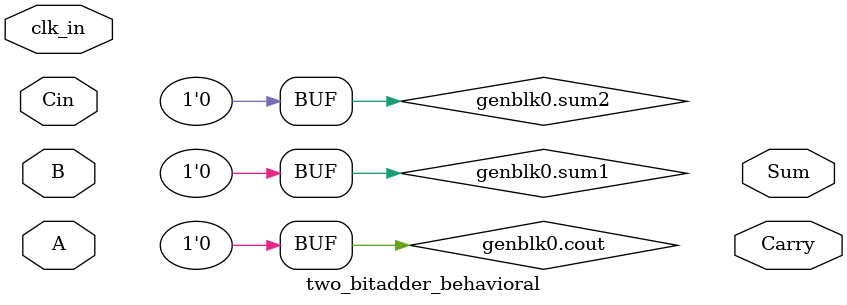
<source format=v>
`timescale 1ns / 1ps


module two_bitadder_behavioral(
  input [1:0]A,
  input clk_in,
  input Cin,
  input [1:0]B,
  output reg [1:0]Sum,
  output reg Carry);
  always@(negedge clk_in);
  begin
 reg sum1=0;
 reg cout=0;
 reg sum2=0;
  
 
            
end
endmodule
</source>
